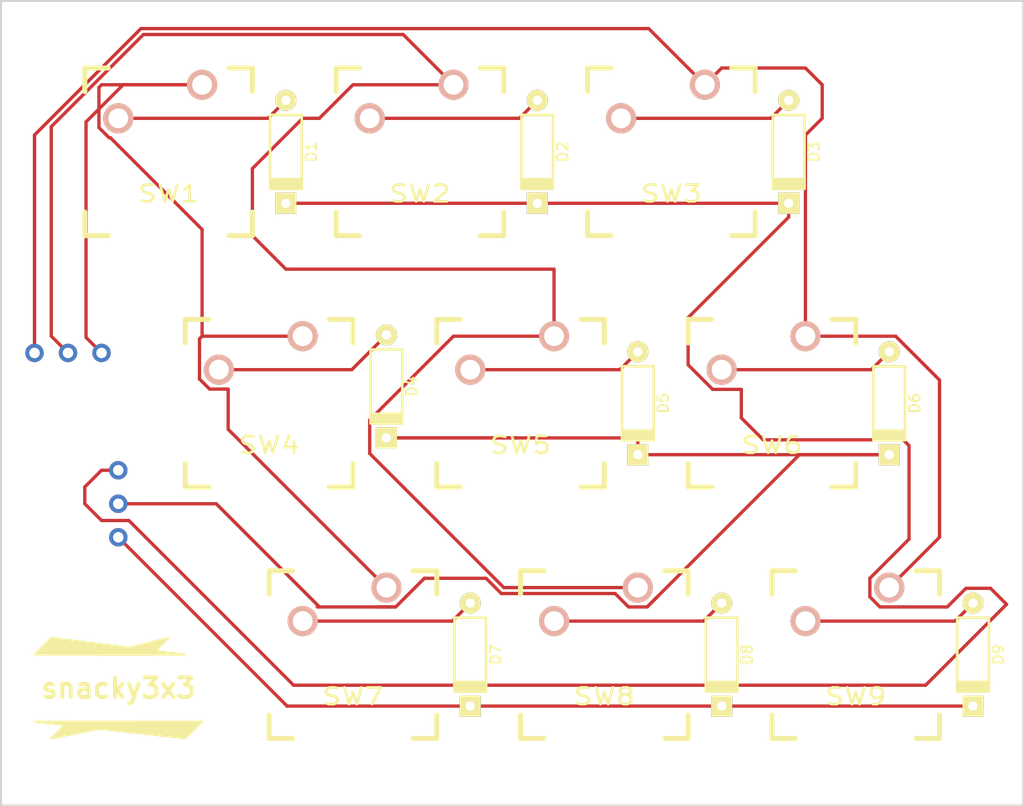
<source format=kicad_pcb>
(kicad_pcb (version 20171130) (host pcbnew "(5.0.1-3-g963ef8bb5)")

  (general
    (thickness 1.6)
    (drawings 9)
    (tracks 130)
    (zones 0)
    (modules 18)
    (nets 16)
  )

  (page A4)
  (layers
    (0 F.Cu signal)
    (31 B.Cu signal)
    (32 B.Adhes user)
    (33 F.Adhes user)
    (34 B.Paste user)
    (35 F.Paste user)
    (36 B.SilkS user)
    (37 F.SilkS user)
    (38 B.Mask user)
    (39 F.Mask user)
    (40 Dwgs.User user)
    (41 Cmts.User user)
    (42 Eco1.User user)
    (43 Eco2.User user)
    (44 Edge.Cuts user)
    (45 Margin user)
    (46 B.CrtYd user)
    (47 F.CrtYd user)
    (48 B.Fab user)
    (49 F.Fab user)
  )

  (setup
    (last_trace_width 0.25)
    (trace_clearance 0.2)
    (zone_clearance 0.508)
    (zone_45_only no)
    (trace_min 0.2)
    (segment_width 0.2)
    (edge_width 0.15)
    (via_size 0.8)
    (via_drill 0.4)
    (via_min_size 0.4)
    (via_min_drill 0.3)
    (uvia_size 0.3)
    (uvia_drill 0.1)
    (uvias_allowed no)
    (uvia_min_size 0.2)
    (uvia_min_drill 0.1)
    (pcb_text_width 0.3)
    (pcb_text_size 1.5 1.5)
    (mod_edge_width 0.15)
    (mod_text_size 1 1)
    (mod_text_width 0.15)
    (pad_size 1.6 1.6)
    (pad_drill 1.1)
    (pad_to_mask_clearance 0.051)
    (solder_mask_min_width 0.25)
    (aux_axis_origin 0 0)
    (visible_elements FFFFFF7F)
    (pcbplotparams
      (layerselection 0x010fc_ffffffff)
      (usegerberextensions false)
      (usegerberattributes false)
      (usegerberadvancedattributes false)
      (creategerberjobfile false)
      (excludeedgelayer true)
      (linewidth 0.100000)
      (plotframeref false)
      (viasonmask false)
      (mode 1)
      (useauxorigin false)
      (hpglpennumber 1)
      (hpglpenspeed 20)
      (hpglpendiameter 15.000000)
      (psnegative false)
      (psa4output false)
      (plotreference true)
      (plotvalue true)
      (plotinvisibletext false)
      (padsonsilk false)
      (subtractmaskfromsilk false)
      (outputformat 1)
      (mirror false)
      (drillshape 1)
      (scaleselection 1)
      (outputdirectory ""))
  )

  (net 0 "")
  (net 1 "Net-(D1-Pad1)")
  (net 2 "Net-(D1-Pad2)")
  (net 3 "Net-(D2-Pad2)")
  (net 4 "Net-(D3-Pad2)")
  (net 5 "Net-(D4-Pad2)")
  (net 6 "Net-(D4-Pad1)")
  (net 7 "Net-(D5-Pad2)")
  (net 8 "Net-(D6-Pad2)")
  (net 9 "Net-(D7-Pad1)")
  (net 10 "Net-(D7-Pad2)")
  (net 11 "Net-(D8-Pad2)")
  (net 12 "Net-(D9-Pad2)")
  (net 13 "Net-(SW1-Pad1)")
  (net 14 "Net-(SW2-Pad1)")
  (net 15 "Net-(SW3-Pad1)")

  (net_class Default "This is the default net class."
    (clearance 0.2)
    (trace_width 0.25)
    (via_dia 0.8)
    (via_drill 0.4)
    (uvia_dia 0.3)
    (uvia_drill 0.1)
    (add_net "Net-(D1-Pad1)")
    (add_net "Net-(D1-Pad2)")
    (add_net "Net-(D2-Pad2)")
    (add_net "Net-(D3-Pad2)")
    (add_net "Net-(D4-Pad1)")
    (add_net "Net-(D4-Pad2)")
    (add_net "Net-(D5-Pad2)")
    (add_net "Net-(D6-Pad2)")
    (add_net "Net-(D7-Pad1)")
    (add_net "Net-(D7-Pad2)")
    (add_net "Net-(D8-Pad2)")
    (add_net "Net-(D9-Pad2)")
    (add_net "Net-(SW1-Pad1)")
    (add_net "Net-(SW2-Pad1)")
    (add_net "Net-(SW3-Pad1)")
  )

  (module prototype:D_axial (layer F.Cu) (tedit 561B6A3D) (tstamp 5C1C3A2B)
    (at 95.25 38.1 90)
    (path /5C1B49E0)
    (fp_text reference D1 (at 0 1.925 90) (layer F.SilkS)
      (effects (font (size 0.8 0.8) (thickness 0.15)))
    )
    (fp_text value D (at 0 -1.925 90) (layer F.SilkS) hide
      (effects (font (size 0.8 0.8) (thickness 0.15)))
    )
    (fp_line (start -2.075 -1.2) (end -2.075 1.2) (layer F.SilkS) (width 0.2))
    (fp_line (start -2.175 -1.2) (end -2.175 1.2) (layer F.SilkS) (width 0.2))
    (fp_line (start -2.275 -1.2) (end -2.275 1.2) (layer F.SilkS) (width 0.2))
    (fp_line (start -2.45 -1.2) (end -2.45 1.2) (layer F.SilkS) (width 0.2))
    (fp_line (start -2.625 -1.2) (end -2.625 1.2) (layer F.SilkS) (width 0.2))
    (fp_line (start -2.8 -1.2) (end -2.8 1.2) (layer F.SilkS) (width 0.2))
    (fp_line (start -2.8 -1.2) (end 2.8 -1.2) (layer F.SilkS) (width 0.2))
    (fp_line (start 2.8 -1.2) (end 2.8 1.2) (layer F.SilkS) (width 0.2))
    (fp_line (start 2.8 1.2) (end -2.8 1.2) (layer F.SilkS) (width 0.2))
    (pad 1 thru_hole rect (at -3.9 0 90) (size 1.6 1.6) (drill 0.7) (layers *.Cu *.Mask F.SilkS)
      (net 1 "Net-(D1-Pad1)"))
    (pad 2 thru_hole circle (at 3.9 0 90) (size 1.6 1.6) (drill 0.7) (layers *.Cu *.Mask F.SilkS)
      (net 2 "Net-(D1-Pad2)"))
  )

  (module prototype:D_axial (layer F.Cu) (tedit 561B6A3D) (tstamp 5C1C3AA9)
    (at 114.3 38.1 90)
    (path /5C1B8969)
    (fp_text reference D2 (at 0 1.925 90) (layer F.SilkS)
      (effects (font (size 0.8 0.8) (thickness 0.15)))
    )
    (fp_text value D (at 0 -1.925 90) (layer F.SilkS) hide
      (effects (font (size 0.8 0.8) (thickness 0.15)))
    )
    (fp_line (start 2.8 1.2) (end -2.8 1.2) (layer F.SilkS) (width 0.2))
    (fp_line (start 2.8 -1.2) (end 2.8 1.2) (layer F.SilkS) (width 0.2))
    (fp_line (start -2.8 -1.2) (end 2.8 -1.2) (layer F.SilkS) (width 0.2))
    (fp_line (start -2.8 -1.2) (end -2.8 1.2) (layer F.SilkS) (width 0.2))
    (fp_line (start -2.625 -1.2) (end -2.625 1.2) (layer F.SilkS) (width 0.2))
    (fp_line (start -2.45 -1.2) (end -2.45 1.2) (layer F.SilkS) (width 0.2))
    (fp_line (start -2.275 -1.2) (end -2.275 1.2) (layer F.SilkS) (width 0.2))
    (fp_line (start -2.175 -1.2) (end -2.175 1.2) (layer F.SilkS) (width 0.2))
    (fp_line (start -2.075 -1.2) (end -2.075 1.2) (layer F.SilkS) (width 0.2))
    (pad 2 thru_hole circle (at 3.9 0 90) (size 1.6 1.6) (drill 0.7) (layers *.Cu *.Mask F.SilkS)
      (net 3 "Net-(D2-Pad2)"))
    (pad 1 thru_hole rect (at -3.9 0 90) (size 1.6 1.6) (drill 0.7) (layers *.Cu *.Mask F.SilkS)
      (net 1 "Net-(D1-Pad1)"))
  )

  (module prototype:D_axial (layer F.Cu) (tedit 561B6A3D) (tstamp 5C1C3A7F)
    (at 133.35 38.1 90)
    (path /5C1B8ABA)
    (fp_text reference D3 (at 0 1.925 90) (layer F.SilkS)
      (effects (font (size 0.8 0.8) (thickness 0.15)))
    )
    (fp_text value D (at 0 -1.925 90) (layer F.SilkS) hide
      (effects (font (size 0.8 0.8) (thickness 0.15)))
    )
    (fp_line (start -2.075 -1.2) (end -2.075 1.2) (layer F.SilkS) (width 0.2))
    (fp_line (start -2.175 -1.2) (end -2.175 1.2) (layer F.SilkS) (width 0.2))
    (fp_line (start -2.275 -1.2) (end -2.275 1.2) (layer F.SilkS) (width 0.2))
    (fp_line (start -2.45 -1.2) (end -2.45 1.2) (layer F.SilkS) (width 0.2))
    (fp_line (start -2.625 -1.2) (end -2.625 1.2) (layer F.SilkS) (width 0.2))
    (fp_line (start -2.8 -1.2) (end -2.8 1.2) (layer F.SilkS) (width 0.2))
    (fp_line (start -2.8 -1.2) (end 2.8 -1.2) (layer F.SilkS) (width 0.2))
    (fp_line (start 2.8 -1.2) (end 2.8 1.2) (layer F.SilkS) (width 0.2))
    (fp_line (start 2.8 1.2) (end -2.8 1.2) (layer F.SilkS) (width 0.2))
    (pad 1 thru_hole rect (at -3.9 0 90) (size 1.6 1.6) (drill 0.7) (layers *.Cu *.Mask F.SilkS)
      (net 1 "Net-(D1-Pad1)"))
    (pad 2 thru_hole circle (at 3.9 0 90) (size 1.6 1.6) (drill 0.7) (layers *.Cu *.Mask F.SilkS)
      (net 4 "Net-(D3-Pad2)"))
  )

  (module prototype:D_axial (layer F.Cu) (tedit 561B6A3D) (tstamp 5C1C3A55)
    (at 102.87 55.88 90)
    (path /5C1B878C)
    (fp_text reference D4 (at 0 1.925 90) (layer F.SilkS)
      (effects (font (size 0.8 0.8) (thickness 0.15)))
    )
    (fp_text value D (at 0 -1.925 90) (layer F.SilkS) hide
      (effects (font (size 0.8 0.8) (thickness 0.15)))
    )
    (fp_line (start 2.8 1.2) (end -2.8 1.2) (layer F.SilkS) (width 0.2))
    (fp_line (start 2.8 -1.2) (end 2.8 1.2) (layer F.SilkS) (width 0.2))
    (fp_line (start -2.8 -1.2) (end 2.8 -1.2) (layer F.SilkS) (width 0.2))
    (fp_line (start -2.8 -1.2) (end -2.8 1.2) (layer F.SilkS) (width 0.2))
    (fp_line (start -2.625 -1.2) (end -2.625 1.2) (layer F.SilkS) (width 0.2))
    (fp_line (start -2.45 -1.2) (end -2.45 1.2) (layer F.SilkS) (width 0.2))
    (fp_line (start -2.275 -1.2) (end -2.275 1.2) (layer F.SilkS) (width 0.2))
    (fp_line (start -2.175 -1.2) (end -2.175 1.2) (layer F.SilkS) (width 0.2))
    (fp_line (start -2.075 -1.2) (end -2.075 1.2) (layer F.SilkS) (width 0.2))
    (pad 2 thru_hole circle (at 3.9 0 90) (size 1.6 1.6) (drill 0.7) (layers *.Cu *.Mask F.SilkS)
      (net 5 "Net-(D4-Pad2)"))
    (pad 1 thru_hole rect (at -3.9 0 90) (size 1.6 1.6) (drill 0.7) (layers *.Cu *.Mask F.SilkS)
      (net 6 "Net-(D4-Pad1)"))
  )

  (module prototype:D_axial (layer F.Cu) (tedit 561B6A3D) (tstamp 5C1C3D7C)
    (at 121.92 57.15 90)
    (path /5C1B8979)
    (fp_text reference D5 (at 0 1.925 90) (layer F.SilkS)
      (effects (font (size 0.8 0.8) (thickness 0.15)))
    )
    (fp_text value D (at 0 -1.925 90) (layer F.SilkS) hide
      (effects (font (size 0.8 0.8) (thickness 0.15)))
    )
    (fp_line (start -2.075 -1.2) (end -2.075 1.2) (layer F.SilkS) (width 0.2))
    (fp_line (start -2.175 -1.2) (end -2.175 1.2) (layer F.SilkS) (width 0.2))
    (fp_line (start -2.275 -1.2) (end -2.275 1.2) (layer F.SilkS) (width 0.2))
    (fp_line (start -2.45 -1.2) (end -2.45 1.2) (layer F.SilkS) (width 0.2))
    (fp_line (start -2.625 -1.2) (end -2.625 1.2) (layer F.SilkS) (width 0.2))
    (fp_line (start -2.8 -1.2) (end -2.8 1.2) (layer F.SilkS) (width 0.2))
    (fp_line (start -2.8 -1.2) (end 2.8 -1.2) (layer F.SilkS) (width 0.2))
    (fp_line (start 2.8 -1.2) (end 2.8 1.2) (layer F.SilkS) (width 0.2))
    (fp_line (start 2.8 1.2) (end -2.8 1.2) (layer F.SilkS) (width 0.2))
    (pad 1 thru_hole rect (at -3.9 0 90) (size 1.6 1.6) (drill 0.7) (layers *.Cu *.Mask F.SilkS)
      (net 6 "Net-(D4-Pad1)"))
    (pad 2 thru_hole circle (at 3.9 0 90) (size 1.6 1.6) (drill 0.7) (layers *.Cu *.Mask F.SilkS)
      (net 7 "Net-(D5-Pad2)"))
  )

  (module prototype:D_axial (layer F.Cu) (tedit 561B6A3D) (tstamp 5C1C3D52)
    (at 140.97 57.15 90)
    (path /5C1B8ACA)
    (fp_text reference D6 (at 0 1.925 90) (layer F.SilkS)
      (effects (font (size 0.8 0.8) (thickness 0.15)))
    )
    (fp_text value D (at 0 -1.925 90) (layer F.SilkS) hide
      (effects (font (size 0.8 0.8) (thickness 0.15)))
    )
    (fp_line (start 2.8 1.2) (end -2.8 1.2) (layer F.SilkS) (width 0.2))
    (fp_line (start 2.8 -1.2) (end 2.8 1.2) (layer F.SilkS) (width 0.2))
    (fp_line (start -2.8 -1.2) (end 2.8 -1.2) (layer F.SilkS) (width 0.2))
    (fp_line (start -2.8 -1.2) (end -2.8 1.2) (layer F.SilkS) (width 0.2))
    (fp_line (start -2.625 -1.2) (end -2.625 1.2) (layer F.SilkS) (width 0.2))
    (fp_line (start -2.45 -1.2) (end -2.45 1.2) (layer F.SilkS) (width 0.2))
    (fp_line (start -2.275 -1.2) (end -2.275 1.2) (layer F.SilkS) (width 0.2))
    (fp_line (start -2.175 -1.2) (end -2.175 1.2) (layer F.SilkS) (width 0.2))
    (fp_line (start -2.075 -1.2) (end -2.075 1.2) (layer F.SilkS) (width 0.2))
    (pad 2 thru_hole circle (at 3.9 0 90) (size 1.6 1.6) (drill 0.7) (layers *.Cu *.Mask F.SilkS)
      (net 8 "Net-(D6-Pad2)"))
    (pad 1 thru_hole rect (at -3.9 0 90) (size 1.6 1.6) (drill 0.7) (layers *.Cu *.Mask F.SilkS)
      (net 6 "Net-(D4-Pad1)"))
  )

  (module prototype:D_axial (layer F.Cu) (tedit 561B6A3D) (tstamp 5C1C3D28)
    (at 109.22 76.2 90)
    (path /5C1B87F5)
    (fp_text reference D7 (at 0 1.925 90) (layer F.SilkS)
      (effects (font (size 0.8 0.8) (thickness 0.15)))
    )
    (fp_text value D (at 0 -1.925 90) (layer F.SilkS) hide
      (effects (font (size 0.8 0.8) (thickness 0.15)))
    )
    (fp_line (start -2.075 -1.2) (end -2.075 1.2) (layer F.SilkS) (width 0.2))
    (fp_line (start -2.175 -1.2) (end -2.175 1.2) (layer F.SilkS) (width 0.2))
    (fp_line (start -2.275 -1.2) (end -2.275 1.2) (layer F.SilkS) (width 0.2))
    (fp_line (start -2.45 -1.2) (end -2.45 1.2) (layer F.SilkS) (width 0.2))
    (fp_line (start -2.625 -1.2) (end -2.625 1.2) (layer F.SilkS) (width 0.2))
    (fp_line (start -2.8 -1.2) (end -2.8 1.2) (layer F.SilkS) (width 0.2))
    (fp_line (start -2.8 -1.2) (end 2.8 -1.2) (layer F.SilkS) (width 0.2))
    (fp_line (start 2.8 -1.2) (end 2.8 1.2) (layer F.SilkS) (width 0.2))
    (fp_line (start 2.8 1.2) (end -2.8 1.2) (layer F.SilkS) (width 0.2))
    (pad 1 thru_hole rect (at -3.9 0 90) (size 1.6 1.6) (drill 0.7) (layers *.Cu *.Mask F.SilkS)
      (net 9 "Net-(D7-Pad1)"))
    (pad 2 thru_hole circle (at 3.9 0 90) (size 1.6 1.6) (drill 0.7) (layers *.Cu *.Mask F.SilkS)
      (net 10 "Net-(D7-Pad2)"))
  )

  (module prototype:D_axial (layer F.Cu) (tedit 561B6A3D) (tstamp 5C1C3CFE)
    (at 128.27 76.2 90)
    (path /5C1B8989)
    (fp_text reference D8 (at 0 1.925 90) (layer F.SilkS)
      (effects (font (size 0.8 0.8) (thickness 0.15)))
    )
    (fp_text value D (at 0 -1.925 90) (layer F.SilkS) hide
      (effects (font (size 0.8 0.8) (thickness 0.15)))
    )
    (fp_line (start 2.8 1.2) (end -2.8 1.2) (layer F.SilkS) (width 0.2))
    (fp_line (start 2.8 -1.2) (end 2.8 1.2) (layer F.SilkS) (width 0.2))
    (fp_line (start -2.8 -1.2) (end 2.8 -1.2) (layer F.SilkS) (width 0.2))
    (fp_line (start -2.8 -1.2) (end -2.8 1.2) (layer F.SilkS) (width 0.2))
    (fp_line (start -2.625 -1.2) (end -2.625 1.2) (layer F.SilkS) (width 0.2))
    (fp_line (start -2.45 -1.2) (end -2.45 1.2) (layer F.SilkS) (width 0.2))
    (fp_line (start -2.275 -1.2) (end -2.275 1.2) (layer F.SilkS) (width 0.2))
    (fp_line (start -2.175 -1.2) (end -2.175 1.2) (layer F.SilkS) (width 0.2))
    (fp_line (start -2.075 -1.2) (end -2.075 1.2) (layer F.SilkS) (width 0.2))
    (pad 2 thru_hole circle (at 3.9 0 90) (size 1.6 1.6) (drill 0.7) (layers *.Cu *.Mask F.SilkS)
      (net 11 "Net-(D8-Pad2)"))
    (pad 1 thru_hole rect (at -3.9 0 90) (size 1.6 1.6) (drill 0.7) (layers *.Cu *.Mask F.SilkS)
      (net 9 "Net-(D7-Pad1)"))
  )

  (module prototype:D_axial (layer F.Cu) (tedit 561B6A3D) (tstamp 5C1C3CD4)
    (at 147.32 76.2 90)
    (path /5C1B8ADA)
    (fp_text reference D9 (at 0 1.925 90) (layer F.SilkS)
      (effects (font (size 0.8 0.8) (thickness 0.15)))
    )
    (fp_text value D (at 0 -1.925 90) (layer F.SilkS) hide
      (effects (font (size 0.8 0.8) (thickness 0.15)))
    )
    (fp_line (start -2.075 -1.2) (end -2.075 1.2) (layer F.SilkS) (width 0.2))
    (fp_line (start -2.175 -1.2) (end -2.175 1.2) (layer F.SilkS) (width 0.2))
    (fp_line (start -2.275 -1.2) (end -2.275 1.2) (layer F.SilkS) (width 0.2))
    (fp_line (start -2.45 -1.2) (end -2.45 1.2) (layer F.SilkS) (width 0.2))
    (fp_line (start -2.625 -1.2) (end -2.625 1.2) (layer F.SilkS) (width 0.2))
    (fp_line (start -2.8 -1.2) (end -2.8 1.2) (layer F.SilkS) (width 0.2))
    (fp_line (start -2.8 -1.2) (end 2.8 -1.2) (layer F.SilkS) (width 0.2))
    (fp_line (start 2.8 -1.2) (end 2.8 1.2) (layer F.SilkS) (width 0.2))
    (fp_line (start 2.8 1.2) (end -2.8 1.2) (layer F.SilkS) (width 0.2))
    (pad 1 thru_hole rect (at -3.9 0 90) (size 1.6 1.6) (drill 0.7) (layers *.Cu *.Mask F.SilkS)
      (net 9 "Net-(D7-Pad1)"))
    (pad 2 thru_hole circle (at 3.9 0 90) (size 1.6 1.6) (drill 0.7) (layers *.Cu *.Mask F.SilkS)
      (net 12 "Net-(D9-Pad2)"))
  )

  (module prototype:CHERRY_PLATE_100H (layer F.Cu) (tedit 549A12A1) (tstamp 5C1C3C94)
    (at 86.36 38.1)
    (path /5C1B48EE)
    (fp_text reference SW1 (at 0 3.175) (layer F.SilkS)
      (effects (font (size 1.27 1.524) (thickness 0.2032)))
    )
    (fp_text value SW_PUSH (at 0 5.08) (layer F.SilkS) hide
      (effects (font (size 1.27 1.524) (thickness 0.2032)))
    )
    (fp_text user 1.00u (at -5.715 8.255) (layer Dwgs.User)
      (effects (font (size 1.524 1.524) (thickness 0.3048)))
    )
    (fp_line (start -6.35 -6.35) (end 6.35 -6.35) (layer Cmts.User) (width 0.1524))
    (fp_line (start 6.35 -6.35) (end 6.35 6.35) (layer Cmts.User) (width 0.1524))
    (fp_line (start 6.35 6.35) (end -6.35 6.35) (layer Cmts.User) (width 0.1524))
    (fp_line (start -6.35 6.35) (end -6.35 -6.35) (layer Cmts.User) (width 0.1524))
    (fp_line (start -9.398 -9.398) (end 9.398 -9.398) (layer Dwgs.User) (width 0.1524))
    (fp_line (start 9.398 -9.398) (end 9.398 9.398) (layer Dwgs.User) (width 0.1524))
    (fp_line (start 9.398 9.398) (end -9.398 9.398) (layer Dwgs.User) (width 0.1524))
    (fp_line (start -9.398 9.398) (end -9.398 -9.398) (layer Dwgs.User) (width 0.1524))
    (fp_line (start -6.35 -6.35) (end -4.572 -6.35) (layer F.SilkS) (width 0.381))
    (fp_line (start 4.572 -6.35) (end 6.35 -6.35) (layer F.SilkS) (width 0.381))
    (fp_line (start 6.35 -6.35) (end 6.35 -4.572) (layer F.SilkS) (width 0.381))
    (fp_line (start 6.35 4.572) (end 6.35 6.35) (layer F.SilkS) (width 0.381))
    (fp_line (start 6.35 6.35) (end 4.572 6.35) (layer F.SilkS) (width 0.381))
    (fp_line (start -4.572 6.35) (end -6.35 6.35) (layer F.SilkS) (width 0.381))
    (fp_line (start -6.35 6.35) (end -6.35 4.572) (layer F.SilkS) (width 0.381))
    (fp_line (start -6.35 -4.572) (end -6.35 -6.35) (layer F.SilkS) (width 0.381))
    (pad 1 thru_hole circle (at 2.54 -5.08) (size 2.286 2.286) (drill 1.4986) (layers *.Cu *.SilkS *.Mask)
      (net 13 "Net-(SW1-Pad1)"))
    (pad 2 thru_hole circle (at -3.81 -2.54) (size 2.286 2.286) (drill 1.4986) (layers *.Cu *.SilkS *.Mask)
      (net 2 "Net-(D1-Pad2)"))
    (pad HOLE np_thru_hole circle (at 0 0) (size 3.9878 3.9878) (drill 3.9878) (layers *.Cu))
    (pad HOLE np_thru_hole circle (at -5.08 0) (size 1.7018 1.7018) (drill 1.7018) (layers *.Cu))
    (pad HOLE np_thru_hole circle (at 5.08 0) (size 1.7018 1.7018) (drill 1.7018) (layers *.Cu))
  )

  (module prototype:CHERRY_PLATE_100H (layer F.Cu) (tedit 549A12A1) (tstamp 5C1C3C49)
    (at 105.41 38.1)
    (path /5C1B8962)
    (fp_text reference SW2 (at 0 3.175) (layer F.SilkS)
      (effects (font (size 1.27 1.524) (thickness 0.2032)))
    )
    (fp_text value SW_PUSH (at 0 5.08) (layer F.SilkS) hide
      (effects (font (size 1.27 1.524) (thickness 0.2032)))
    )
    (fp_line (start -6.35 -4.572) (end -6.35 -6.35) (layer F.SilkS) (width 0.381))
    (fp_line (start -6.35 6.35) (end -6.35 4.572) (layer F.SilkS) (width 0.381))
    (fp_line (start -4.572 6.35) (end -6.35 6.35) (layer F.SilkS) (width 0.381))
    (fp_line (start 6.35 6.35) (end 4.572 6.35) (layer F.SilkS) (width 0.381))
    (fp_line (start 6.35 4.572) (end 6.35 6.35) (layer F.SilkS) (width 0.381))
    (fp_line (start 6.35 -6.35) (end 6.35 -4.572) (layer F.SilkS) (width 0.381))
    (fp_line (start 4.572 -6.35) (end 6.35 -6.35) (layer F.SilkS) (width 0.381))
    (fp_line (start -6.35 -6.35) (end -4.572 -6.35) (layer F.SilkS) (width 0.381))
    (fp_line (start -9.398 9.398) (end -9.398 -9.398) (layer Dwgs.User) (width 0.1524))
    (fp_line (start 9.398 9.398) (end -9.398 9.398) (layer Dwgs.User) (width 0.1524))
    (fp_line (start 9.398 -9.398) (end 9.398 9.398) (layer Dwgs.User) (width 0.1524))
    (fp_line (start -9.398 -9.398) (end 9.398 -9.398) (layer Dwgs.User) (width 0.1524))
    (fp_line (start -6.35 6.35) (end -6.35 -6.35) (layer Cmts.User) (width 0.1524))
    (fp_line (start 6.35 6.35) (end -6.35 6.35) (layer Cmts.User) (width 0.1524))
    (fp_line (start 6.35 -6.35) (end 6.35 6.35) (layer Cmts.User) (width 0.1524))
    (fp_line (start -6.35 -6.35) (end 6.35 -6.35) (layer Cmts.User) (width 0.1524))
    (fp_text user 1.00u (at -5.715 8.255) (layer Dwgs.User)
      (effects (font (size 1.524 1.524) (thickness 0.3048)))
    )
    (pad HOLE np_thru_hole circle (at 5.08 0) (size 1.7018 1.7018) (drill 1.7018) (layers *.Cu))
    (pad HOLE np_thru_hole circle (at -5.08 0) (size 1.7018 1.7018) (drill 1.7018) (layers *.Cu))
    (pad HOLE np_thru_hole circle (at 0 0) (size 3.9878 3.9878) (drill 3.9878) (layers *.Cu))
    (pad 2 thru_hole circle (at -3.81 -2.54) (size 2.286 2.286) (drill 1.4986) (layers *.Cu *.SilkS *.Mask)
      (net 3 "Net-(D2-Pad2)"))
    (pad 1 thru_hole circle (at 2.54 -5.08) (size 2.286 2.286) (drill 1.4986) (layers *.Cu *.SilkS *.Mask)
      (net 14 "Net-(SW2-Pad1)"))
  )

  (module prototype:CHERRY_PLATE_100H (layer F.Cu) (tedit 549A12A1) (tstamp 5C1C3BFE)
    (at 124.46 38.1)
    (path /5C1B8AB3)
    (fp_text reference SW3 (at 0 3.175) (layer F.SilkS)
      (effects (font (size 1.27 1.524) (thickness 0.2032)))
    )
    (fp_text value SW_PUSH (at 0 5.08) (layer F.SilkS) hide
      (effects (font (size 1.27 1.524) (thickness 0.2032)))
    )
    (fp_text user 1.00u (at -5.715 8.255) (layer Dwgs.User)
      (effects (font (size 1.524 1.524) (thickness 0.3048)))
    )
    (fp_line (start -6.35 -6.35) (end 6.35 -6.35) (layer Cmts.User) (width 0.1524))
    (fp_line (start 6.35 -6.35) (end 6.35 6.35) (layer Cmts.User) (width 0.1524))
    (fp_line (start 6.35 6.35) (end -6.35 6.35) (layer Cmts.User) (width 0.1524))
    (fp_line (start -6.35 6.35) (end -6.35 -6.35) (layer Cmts.User) (width 0.1524))
    (fp_line (start -9.398 -9.398) (end 9.398 -9.398) (layer Dwgs.User) (width 0.1524))
    (fp_line (start 9.398 -9.398) (end 9.398 9.398) (layer Dwgs.User) (width 0.1524))
    (fp_line (start 9.398 9.398) (end -9.398 9.398) (layer Dwgs.User) (width 0.1524))
    (fp_line (start -9.398 9.398) (end -9.398 -9.398) (layer Dwgs.User) (width 0.1524))
    (fp_line (start -6.35 -6.35) (end -4.572 -6.35) (layer F.SilkS) (width 0.381))
    (fp_line (start 4.572 -6.35) (end 6.35 -6.35) (layer F.SilkS) (width 0.381))
    (fp_line (start 6.35 -6.35) (end 6.35 -4.572) (layer F.SilkS) (width 0.381))
    (fp_line (start 6.35 4.572) (end 6.35 6.35) (layer F.SilkS) (width 0.381))
    (fp_line (start 6.35 6.35) (end 4.572 6.35) (layer F.SilkS) (width 0.381))
    (fp_line (start -4.572 6.35) (end -6.35 6.35) (layer F.SilkS) (width 0.381))
    (fp_line (start -6.35 6.35) (end -6.35 4.572) (layer F.SilkS) (width 0.381))
    (fp_line (start -6.35 -4.572) (end -6.35 -6.35) (layer F.SilkS) (width 0.381))
    (pad 1 thru_hole circle (at 2.54 -5.08) (size 2.286 2.286) (drill 1.4986) (layers *.Cu *.SilkS *.Mask)
      (net 15 "Net-(SW3-Pad1)"))
    (pad 2 thru_hole circle (at -3.81 -2.54) (size 2.286 2.286) (drill 1.4986) (layers *.Cu *.SilkS *.Mask)
      (net 4 "Net-(D3-Pad2)"))
    (pad HOLE np_thru_hole circle (at 0 0) (size 3.9878 3.9878) (drill 3.9878) (layers *.Cu))
    (pad HOLE np_thru_hole circle (at -5.08 0) (size 1.7018 1.7018) (drill 1.7018) (layers *.Cu))
    (pad HOLE np_thru_hole circle (at 5.08 0) (size 1.7018 1.7018) (drill 1.7018) (layers *.Cu))
  )

  (module prototype:CHERRY_PLATE_100H (layer F.Cu) (tedit 549A12A1) (tstamp 5C1C3BB3)
    (at 93.98 57.15)
    (path /5C1B8785)
    (fp_text reference SW4 (at 0 3.175) (layer F.SilkS)
      (effects (font (size 1.27 1.524) (thickness 0.2032)))
    )
    (fp_text value SW_PUSH (at 0 5.08) (layer F.SilkS) hide
      (effects (font (size 1.27 1.524) (thickness 0.2032)))
    )
    (fp_line (start -6.35 -4.572) (end -6.35 -6.35) (layer F.SilkS) (width 0.381))
    (fp_line (start -6.35 6.35) (end -6.35 4.572) (layer F.SilkS) (width 0.381))
    (fp_line (start -4.572 6.35) (end -6.35 6.35) (layer F.SilkS) (width 0.381))
    (fp_line (start 6.35 6.35) (end 4.572 6.35) (layer F.SilkS) (width 0.381))
    (fp_line (start 6.35 4.572) (end 6.35 6.35) (layer F.SilkS) (width 0.381))
    (fp_line (start 6.35 -6.35) (end 6.35 -4.572) (layer F.SilkS) (width 0.381))
    (fp_line (start 4.572 -6.35) (end 6.35 -6.35) (layer F.SilkS) (width 0.381))
    (fp_line (start -6.35 -6.35) (end -4.572 -6.35) (layer F.SilkS) (width 0.381))
    (fp_line (start -9.398 9.398) (end -9.398 -9.398) (layer Dwgs.User) (width 0.1524))
    (fp_line (start 9.398 9.398) (end -9.398 9.398) (layer Dwgs.User) (width 0.1524))
    (fp_line (start 9.398 -9.398) (end 9.398 9.398) (layer Dwgs.User) (width 0.1524))
    (fp_line (start -9.398 -9.398) (end 9.398 -9.398) (layer Dwgs.User) (width 0.1524))
    (fp_line (start -6.35 6.35) (end -6.35 -6.35) (layer Cmts.User) (width 0.1524))
    (fp_line (start 6.35 6.35) (end -6.35 6.35) (layer Cmts.User) (width 0.1524))
    (fp_line (start 6.35 -6.35) (end 6.35 6.35) (layer Cmts.User) (width 0.1524))
    (fp_line (start -6.35 -6.35) (end 6.35 -6.35) (layer Cmts.User) (width 0.1524))
    (fp_text user 1.00u (at -5.715 8.255) (layer Dwgs.User)
      (effects (font (size 1.524 1.524) (thickness 0.3048)))
    )
    (pad HOLE np_thru_hole circle (at 5.08 0) (size 1.7018 1.7018) (drill 1.7018) (layers *.Cu))
    (pad HOLE np_thru_hole circle (at -5.08 0) (size 1.7018 1.7018) (drill 1.7018) (layers *.Cu))
    (pad HOLE np_thru_hole circle (at 0 0) (size 3.9878 3.9878) (drill 3.9878) (layers *.Cu))
    (pad 2 thru_hole circle (at -3.81 -2.54) (size 2.286 2.286) (drill 1.4986) (layers *.Cu *.SilkS *.Mask)
      (net 5 "Net-(D4-Pad2)"))
    (pad 1 thru_hole circle (at 2.54 -5.08) (size 2.286 2.286) (drill 1.4986) (layers *.Cu *.SilkS *.Mask)
      (net 13 "Net-(SW1-Pad1)"))
  )

  (module prototype:CHERRY_PLATE_100H (layer F.Cu) (tedit 549A12A1) (tstamp 5C1C3B68)
    (at 113.03 57.15)
    (path /5C1B8972)
    (fp_text reference SW5 (at 0 3.175) (layer F.SilkS)
      (effects (font (size 1.27 1.524) (thickness 0.2032)))
    )
    (fp_text value SW_PUSH (at 0 5.08) (layer F.SilkS) hide
      (effects (font (size 1.27 1.524) (thickness 0.2032)))
    )
    (fp_text user 1.00u (at -5.715 8.255) (layer Dwgs.User)
      (effects (font (size 1.524 1.524) (thickness 0.3048)))
    )
    (fp_line (start -6.35 -6.35) (end 6.35 -6.35) (layer Cmts.User) (width 0.1524))
    (fp_line (start 6.35 -6.35) (end 6.35 6.35) (layer Cmts.User) (width 0.1524))
    (fp_line (start 6.35 6.35) (end -6.35 6.35) (layer Cmts.User) (width 0.1524))
    (fp_line (start -6.35 6.35) (end -6.35 -6.35) (layer Cmts.User) (width 0.1524))
    (fp_line (start -9.398 -9.398) (end 9.398 -9.398) (layer Dwgs.User) (width 0.1524))
    (fp_line (start 9.398 -9.398) (end 9.398 9.398) (layer Dwgs.User) (width 0.1524))
    (fp_line (start 9.398 9.398) (end -9.398 9.398) (layer Dwgs.User) (width 0.1524))
    (fp_line (start -9.398 9.398) (end -9.398 -9.398) (layer Dwgs.User) (width 0.1524))
    (fp_line (start -6.35 -6.35) (end -4.572 -6.35) (layer F.SilkS) (width 0.381))
    (fp_line (start 4.572 -6.35) (end 6.35 -6.35) (layer F.SilkS) (width 0.381))
    (fp_line (start 6.35 -6.35) (end 6.35 -4.572) (layer F.SilkS) (width 0.381))
    (fp_line (start 6.35 4.572) (end 6.35 6.35) (layer F.SilkS) (width 0.381))
    (fp_line (start 6.35 6.35) (end 4.572 6.35) (layer F.SilkS) (width 0.381))
    (fp_line (start -4.572 6.35) (end -6.35 6.35) (layer F.SilkS) (width 0.381))
    (fp_line (start -6.35 6.35) (end -6.35 4.572) (layer F.SilkS) (width 0.381))
    (fp_line (start -6.35 -4.572) (end -6.35 -6.35) (layer F.SilkS) (width 0.381))
    (pad 1 thru_hole circle (at 2.54 -5.08) (size 2.286 2.286) (drill 1.4986) (layers *.Cu *.SilkS *.Mask)
      (net 14 "Net-(SW2-Pad1)"))
    (pad 2 thru_hole circle (at -3.81 -2.54) (size 2.286 2.286) (drill 1.4986) (layers *.Cu *.SilkS *.Mask)
      (net 7 "Net-(D5-Pad2)"))
    (pad HOLE np_thru_hole circle (at 0 0) (size 3.9878 3.9878) (drill 3.9878) (layers *.Cu))
    (pad HOLE np_thru_hole circle (at -5.08 0) (size 1.7018 1.7018) (drill 1.7018) (layers *.Cu))
    (pad HOLE np_thru_hole circle (at 5.08 0) (size 1.7018 1.7018) (drill 1.7018) (layers *.Cu))
  )

  (module prototype:CHERRY_PLATE_100H (layer F.Cu) (tedit 549A12A1) (tstamp 5C1C3E47)
    (at 132.08 57.15)
    (path /5C1B8AC3)
    (fp_text reference SW6 (at 0 3.175) (layer F.SilkS)
      (effects (font (size 1.27 1.524) (thickness 0.2032)))
    )
    (fp_text value SW_PUSH (at 0 5.08) (layer F.SilkS) hide
      (effects (font (size 1.27 1.524) (thickness 0.2032)))
    )
    (fp_line (start -6.35 -4.572) (end -6.35 -6.35) (layer F.SilkS) (width 0.381))
    (fp_line (start -6.35 6.35) (end -6.35 4.572) (layer F.SilkS) (width 0.381))
    (fp_line (start -4.572 6.35) (end -6.35 6.35) (layer F.SilkS) (width 0.381))
    (fp_line (start 6.35 6.35) (end 4.572 6.35) (layer F.SilkS) (width 0.381))
    (fp_line (start 6.35 4.572) (end 6.35 6.35) (layer F.SilkS) (width 0.381))
    (fp_line (start 6.35 -6.35) (end 6.35 -4.572) (layer F.SilkS) (width 0.381))
    (fp_line (start 4.572 -6.35) (end 6.35 -6.35) (layer F.SilkS) (width 0.381))
    (fp_line (start -6.35 -6.35) (end -4.572 -6.35) (layer F.SilkS) (width 0.381))
    (fp_line (start -9.398 9.398) (end -9.398 -9.398) (layer Dwgs.User) (width 0.1524))
    (fp_line (start 9.398 9.398) (end -9.398 9.398) (layer Dwgs.User) (width 0.1524))
    (fp_line (start 9.398 -9.398) (end 9.398 9.398) (layer Dwgs.User) (width 0.1524))
    (fp_line (start -9.398 -9.398) (end 9.398 -9.398) (layer Dwgs.User) (width 0.1524))
    (fp_line (start -6.35 6.35) (end -6.35 -6.35) (layer Cmts.User) (width 0.1524))
    (fp_line (start 6.35 6.35) (end -6.35 6.35) (layer Cmts.User) (width 0.1524))
    (fp_line (start 6.35 -6.35) (end 6.35 6.35) (layer Cmts.User) (width 0.1524))
    (fp_line (start -6.35 -6.35) (end 6.35 -6.35) (layer Cmts.User) (width 0.1524))
    (fp_text user 1.00u (at -5.715 8.255) (layer Dwgs.User)
      (effects (font (size 1.524 1.524) (thickness 0.3048)))
    )
    (pad HOLE np_thru_hole circle (at 5.08 0) (size 1.7018 1.7018) (drill 1.7018) (layers *.Cu))
    (pad HOLE np_thru_hole circle (at -5.08 0) (size 1.7018 1.7018) (drill 1.7018) (layers *.Cu))
    (pad HOLE np_thru_hole circle (at 0 0) (size 3.9878 3.9878) (drill 3.9878) (layers *.Cu))
    (pad 2 thru_hole circle (at -3.81 -2.54) (size 2.286 2.286) (drill 1.4986) (layers *.Cu *.SilkS *.Mask)
      (net 8 "Net-(D6-Pad2)"))
    (pad 1 thru_hole circle (at 2.54 -5.08) (size 2.286 2.286) (drill 1.4986) (layers *.Cu *.SilkS *.Mask)
      (net 15 "Net-(SW3-Pad1)"))
  )

  (module prototype:CHERRY_PLATE_100H (layer F.Cu) (tedit 549A12A1) (tstamp 5C1C3DFC)
    (at 100.33 76.2)
    (path /5C1B87EE)
    (fp_text reference SW7 (at 0 3.175) (layer F.SilkS)
      (effects (font (size 1.27 1.524) (thickness 0.2032)))
    )
    (fp_text value SW_PUSH (at 0 5.08) (layer F.SilkS) hide
      (effects (font (size 1.27 1.524) (thickness 0.2032)))
    )
    (fp_text user 1.00u (at -5.715 8.255) (layer Dwgs.User)
      (effects (font (size 1.524 1.524) (thickness 0.3048)))
    )
    (fp_line (start -6.35 -6.35) (end 6.35 -6.35) (layer Cmts.User) (width 0.1524))
    (fp_line (start 6.35 -6.35) (end 6.35 6.35) (layer Cmts.User) (width 0.1524))
    (fp_line (start 6.35 6.35) (end -6.35 6.35) (layer Cmts.User) (width 0.1524))
    (fp_line (start -6.35 6.35) (end -6.35 -6.35) (layer Cmts.User) (width 0.1524))
    (fp_line (start -9.398 -9.398) (end 9.398 -9.398) (layer Dwgs.User) (width 0.1524))
    (fp_line (start 9.398 -9.398) (end 9.398 9.398) (layer Dwgs.User) (width 0.1524))
    (fp_line (start 9.398 9.398) (end -9.398 9.398) (layer Dwgs.User) (width 0.1524))
    (fp_line (start -9.398 9.398) (end -9.398 -9.398) (layer Dwgs.User) (width 0.1524))
    (fp_line (start -6.35 -6.35) (end -4.572 -6.35) (layer F.SilkS) (width 0.381))
    (fp_line (start 4.572 -6.35) (end 6.35 -6.35) (layer F.SilkS) (width 0.381))
    (fp_line (start 6.35 -6.35) (end 6.35 -4.572) (layer F.SilkS) (width 0.381))
    (fp_line (start 6.35 4.572) (end 6.35 6.35) (layer F.SilkS) (width 0.381))
    (fp_line (start 6.35 6.35) (end 4.572 6.35) (layer F.SilkS) (width 0.381))
    (fp_line (start -4.572 6.35) (end -6.35 6.35) (layer F.SilkS) (width 0.381))
    (fp_line (start -6.35 6.35) (end -6.35 4.572) (layer F.SilkS) (width 0.381))
    (fp_line (start -6.35 -4.572) (end -6.35 -6.35) (layer F.SilkS) (width 0.381))
    (pad 1 thru_hole circle (at 2.54 -5.08) (size 2.286 2.286) (drill 1.4986) (layers *.Cu *.SilkS *.Mask)
      (net 13 "Net-(SW1-Pad1)"))
    (pad 2 thru_hole circle (at -3.81 -2.54) (size 2.286 2.286) (drill 1.4986) (layers *.Cu *.SilkS *.Mask)
      (net 10 "Net-(D7-Pad2)"))
    (pad HOLE np_thru_hole circle (at 0 0) (size 3.9878 3.9878) (drill 3.9878) (layers *.Cu))
    (pad HOLE np_thru_hole circle (at -5.08 0) (size 1.7018 1.7018) (drill 1.7018) (layers *.Cu))
    (pad HOLE np_thru_hole circle (at 5.08 0) (size 1.7018 1.7018) (drill 1.7018) (layers *.Cu))
  )

  (module prototype:CHERRY_PLATE_100H (layer F.Cu) (tedit 549A12A1) (tstamp 5C1C3DB1)
    (at 119.38 76.2)
    (path /5C1B8982)
    (fp_text reference SW8 (at 0 3.175) (layer F.SilkS)
      (effects (font (size 1.27 1.524) (thickness 0.2032)))
    )
    (fp_text value SW_PUSH (at 0 5.08) (layer F.SilkS) hide
      (effects (font (size 1.27 1.524) (thickness 0.2032)))
    )
    (fp_line (start -6.35 -4.572) (end -6.35 -6.35) (layer F.SilkS) (width 0.381))
    (fp_line (start -6.35 6.35) (end -6.35 4.572) (layer F.SilkS) (width 0.381))
    (fp_line (start -4.572 6.35) (end -6.35 6.35) (layer F.SilkS) (width 0.381))
    (fp_line (start 6.35 6.35) (end 4.572 6.35) (layer F.SilkS) (width 0.381))
    (fp_line (start 6.35 4.572) (end 6.35 6.35) (layer F.SilkS) (width 0.381))
    (fp_line (start 6.35 -6.35) (end 6.35 -4.572) (layer F.SilkS) (width 0.381))
    (fp_line (start 4.572 -6.35) (end 6.35 -6.35) (layer F.SilkS) (width 0.381))
    (fp_line (start -6.35 -6.35) (end -4.572 -6.35) (layer F.SilkS) (width 0.381))
    (fp_line (start -9.398 9.398) (end -9.398 -9.398) (layer Dwgs.User) (width 0.1524))
    (fp_line (start 9.398 9.398) (end -9.398 9.398) (layer Dwgs.User) (width 0.1524))
    (fp_line (start 9.398 -9.398) (end 9.398 9.398) (layer Dwgs.User) (width 0.1524))
    (fp_line (start -9.398 -9.398) (end 9.398 -9.398) (layer Dwgs.User) (width 0.1524))
    (fp_line (start -6.35 6.35) (end -6.35 -6.35) (layer Cmts.User) (width 0.1524))
    (fp_line (start 6.35 6.35) (end -6.35 6.35) (layer Cmts.User) (width 0.1524))
    (fp_line (start 6.35 -6.35) (end 6.35 6.35) (layer Cmts.User) (width 0.1524))
    (fp_line (start -6.35 -6.35) (end 6.35 -6.35) (layer Cmts.User) (width 0.1524))
    (fp_text user 1.00u (at -5.715 8.255) (layer Dwgs.User)
      (effects (font (size 1.524 1.524) (thickness 0.3048)))
    )
    (pad HOLE np_thru_hole circle (at 5.08 0) (size 1.7018 1.7018) (drill 1.7018) (layers *.Cu))
    (pad HOLE np_thru_hole circle (at -5.08 0) (size 1.7018 1.7018) (drill 1.7018) (layers *.Cu))
    (pad HOLE np_thru_hole circle (at 0 0) (size 3.9878 3.9878) (drill 3.9878) (layers *.Cu))
    (pad 2 thru_hole circle (at -3.81 -2.54) (size 2.286 2.286) (drill 1.4986) (layers *.Cu *.SilkS *.Mask)
      (net 11 "Net-(D8-Pad2)"))
    (pad 1 thru_hole circle (at 2.54 -5.08) (size 2.286 2.286) (drill 1.4986) (layers *.Cu *.SilkS *.Mask)
      (net 14 "Net-(SW2-Pad1)"))
  )

  (module prototype:CHERRY_PLATE_100H (layer F.Cu) (tedit 549A12A1) (tstamp 5C1C3E92)
    (at 138.43 76.2)
    (path /5C1B8AD3)
    (fp_text reference SW9 (at 0 3.175) (layer F.SilkS)
      (effects (font (size 1.27 1.524) (thickness 0.2032)))
    )
    (fp_text value SW_PUSH (at 0 5.08) (layer F.SilkS) hide
      (effects (font (size 1.27 1.524) (thickness 0.2032)))
    )
    (fp_text user 1.00u (at -5.715 8.255) (layer Dwgs.User)
      (effects (font (size 1.524 1.524) (thickness 0.3048)))
    )
    (fp_line (start -6.35 -6.35) (end 6.35 -6.35) (layer Cmts.User) (width 0.1524))
    (fp_line (start 6.35 -6.35) (end 6.35 6.35) (layer Cmts.User) (width 0.1524))
    (fp_line (start 6.35 6.35) (end -6.35 6.35) (layer Cmts.User) (width 0.1524))
    (fp_line (start -6.35 6.35) (end -6.35 -6.35) (layer Cmts.User) (width 0.1524))
    (fp_line (start -9.398 -9.398) (end 9.398 -9.398) (layer Dwgs.User) (width 0.1524))
    (fp_line (start 9.398 -9.398) (end 9.398 9.398) (layer Dwgs.User) (width 0.1524))
    (fp_line (start 9.398 9.398) (end -9.398 9.398) (layer Dwgs.User) (width 0.1524))
    (fp_line (start -9.398 9.398) (end -9.398 -9.398) (layer Dwgs.User) (width 0.1524))
    (fp_line (start -6.35 -6.35) (end -4.572 -6.35) (layer F.SilkS) (width 0.381))
    (fp_line (start 4.572 -6.35) (end 6.35 -6.35) (layer F.SilkS) (width 0.381))
    (fp_line (start 6.35 -6.35) (end 6.35 -4.572) (layer F.SilkS) (width 0.381))
    (fp_line (start 6.35 4.572) (end 6.35 6.35) (layer F.SilkS) (width 0.381))
    (fp_line (start 6.35 6.35) (end 4.572 6.35) (layer F.SilkS) (width 0.381))
    (fp_line (start -4.572 6.35) (end -6.35 6.35) (layer F.SilkS) (width 0.381))
    (fp_line (start -6.35 6.35) (end -6.35 4.572) (layer F.SilkS) (width 0.381))
    (fp_line (start -6.35 -4.572) (end -6.35 -6.35) (layer F.SilkS) (width 0.381))
    (pad 1 thru_hole circle (at 2.54 -5.08) (size 2.286 2.286) (drill 1.4986) (layers *.Cu *.SilkS *.Mask)
      (net 15 "Net-(SW3-Pad1)"))
    (pad 2 thru_hole circle (at -3.81 -2.54) (size 2.286 2.286) (drill 1.4986) (layers *.Cu *.SilkS *.Mask)
      (net 12 "Net-(D9-Pad2)"))
    (pad HOLE np_thru_hole circle (at 0 0) (size 3.9878 3.9878) (drill 3.9878) (layers *.Cu))
    (pad HOLE np_thru_hole circle (at -5.08 0) (size 1.7018 1.7018) (drill 1.7018) (layers *.Cu))
    (pad HOLE np_thru_hole circle (at 5.08 0) (size 1.7018 1.7018) (drill 1.7018) (layers *.Cu))
  )

  (gr_poly (pts (xy 81.28 76.2) (xy 86.36 74.93) (xy 85.09 76.2)) (layer F.SilkS) (width 0.15))
  (gr_poly (pts (xy 78.74 81.28) (xy 77.47 82.55) (xy 83.82 81.28)) (layer F.SilkS) (width 0.15))
  (gr_poly (pts (xy 87.63 76.2) (xy 76.2 76.2) (xy 77.47 74.93)) (layer F.SilkS) (width 0.15))
  (gr_poly (pts (xy 76.2 81.28) (xy 88.9 81.28) (xy 87.63 82.55)) (layer F.SilkS) (width 0.15))
  (gr_text snacky3x3 (at 82.55 78.74) (layer F.SilkS)
    (effects (font (size 1.5 1.5) (thickness 0.3)))
  )
  (gr_line (start 73.66 87.63) (end 73.66 26.67) (layer Edge.Cuts) (width 0.15))
  (gr_line (start 151.13 87.63) (end 73.66 87.63) (layer Edge.Cuts) (width 0.15))
  (gr_line (start 151.13 26.67) (end 151.13 87.63) (layer Edge.Cuts) (width 0.15))
  (gr_line (start 73.66 26.67) (end 151.13 26.67) (layer Edge.Cuts) (width 0.15))

  (segment (start 95.25 42) (end 114.3 42) (width 0.25) (layer F.Cu) (net 1))
  (segment (start 114.3 42) (end 133.35 42) (width 0.25) (layer F.Cu) (net 1))
  (via (at 82.55 62.23) (size 1.4) (drill 0.8) (layers F.Cu B.Cu) (net 1))
  (segment (start 81.28 62.23) (end 82.55 62.23) (width 0.25) (layer F.Cu) (net 1))
  (segment (start 80.01 63.5) (end 81.28 62.23) (width 0.25) (layer F.Cu) (net 1))
  (segment (start 95.828567 78.518901) (end 83.349666 66.04) (width 0.25) (layer F.Cu) (net 1))
  (segment (start 125.73 50.67) (end 125.73 54.242642) (width 0.25) (layer F.Cu) (net 1))
  (segment (start 143.731099 78.518901) (end 95.828567 78.518901) (width 0.25) (layer F.Cu) (net 1))
  (segment (start 129.761099 58.263073) (end 131.423025 59.924999) (width 0.25) (layer F.Cu) (net 1))
  (segment (start 149.86 72.39) (end 143.731099 78.518901) (width 0.25) (layer F.Cu) (net 1))
  (segment (start 81.28 66.04) (end 80.01 64.77) (width 0.25) (layer F.Cu) (net 1))
  (segment (start 148.644999 71.174999) (end 149.86 72.39) (width 0.25) (layer F.Cu) (net 1))
  (segment (start 146.779999 71.174999) (end 148.644999 71.174999) (width 0.25) (layer F.Cu) (net 1))
  (segment (start 83.349666 66.04) (end 81.28 66.04) (width 0.25) (layer F.Cu) (net 1))
  (segment (start 142.030001 59.924999) (end 142.47001 60.365008) (width 0.25) (layer F.Cu) (net 1))
  (segment (start 145.366997 72.588001) (end 146.779999 71.174999) (width 0.25) (layer F.Cu) (net 1))
  (segment (start 140.265359 72.588001) (end 145.366997 72.588001) (width 0.25) (layer F.Cu) (net 1))
  (segment (start 139.501999 70.415359) (end 139.501999 71.824641) (width 0.25) (layer F.Cu) (net 1))
  (segment (start 142.47001 60.365008) (end 142.47001 67.447348) (width 0.25) (layer F.Cu) (net 1))
  (segment (start 142.47001 67.447348) (end 139.501999 70.415359) (width 0.25) (layer F.Cu) (net 1))
  (segment (start 133.35 43.05) (end 125.73 50.67) (width 0.25) (layer F.Cu) (net 1))
  (segment (start 125.73 54.242642) (end 127.588457 56.101099) (width 0.25) (layer F.Cu) (net 1))
  (segment (start 129.761099 56.101099) (end 129.761099 58.263073) (width 0.25) (layer F.Cu) (net 1))
  (segment (start 127.588457 56.101099) (end 129.761099 56.101099) (width 0.25) (layer F.Cu) (net 1))
  (segment (start 139.501999 71.824641) (end 140.265359 72.588001) (width 0.25) (layer F.Cu) (net 1))
  (segment (start 131.423025 59.924999) (end 142.030001 59.924999) (width 0.25) (layer F.Cu) (net 1))
  (segment (start 80.01 64.77) (end 80.01 63.5) (width 0.25) (layer F.Cu) (net 1))
  (segment (start 133.35 42) (end 133.35 43.05) (width 0.25) (layer F.Cu) (net 1))
  (segment (start 93.89 35.56) (end 95.25 34.2) (width 0.25) (layer F.Cu) (net 2))
  (segment (start 82.55 35.56) (end 93.89 35.56) (width 0.25) (layer F.Cu) (net 2))
  (segment (start 112.94 35.56) (end 114.3 34.2) (width 0.25) (layer F.Cu) (net 3))
  (segment (start 101.6 35.56) (end 112.94 35.56) (width 0.25) (layer F.Cu) (net 3))
  (segment (start 131.99 35.56) (end 133.35 34.2) (width 0.25) (layer F.Cu) (net 4))
  (segment (start 120.65 35.56) (end 131.99 35.56) (width 0.25) (layer F.Cu) (net 4))
  (segment (start 100.24 54.61) (end 102.87 51.98) (width 0.25) (layer F.Cu) (net 5))
  (segment (start 90.17 54.61) (end 100.24 54.61) (width 0.25) (layer F.Cu) (net 5))
  (segment (start 121.92 60) (end 121.92 61.05) (width 0.25) (layer F.Cu) (net 6))
  (segment (start 121.7 59.78) (end 121.92 60) (width 0.25) (layer F.Cu) (net 6))
  (segment (start 102.87 59.78) (end 121.7 59.78) (width 0.25) (layer F.Cu) (net 6))
  (segment (start 121.92 61.05) (end 140.97 61.05) (width 0.25) (layer F.Cu) (net 6))
  (segment (start 123.388001 71.824641) (end 122.624641 72.588001) (width 0.25) (layer F.Cu) (net 6))
  (segment (start 102.87 59.78) (end 112.752642 59.78) (width 0.25) (layer F.Cu) (net 6))
  (segment (start 103.574641 72.588001) (end 102.165359 72.588001) (width 0.25) (layer F.Cu) (net 6))
  (segment (start 105.747283 70.415359) (end 103.574641 72.588001) (width 0.25) (layer F.Cu) (net 6))
  (segment (start 110.418949 70.415359) (end 105.747283 70.415359) (width 0.25) (layer F.Cu) (net 6))
  (segment (start 111.5736 71.57001) (end 110.418949 70.415359) (width 0.25) (layer F.Cu) (net 6))
  (segment (start 120.197368 71.57001) (end 111.5736 71.57001) (width 0.25) (layer F.Cu) (net 6))
  (segment (start 121.215359 72.588001) (end 120.197368 71.57001) (width 0.25) (layer F.Cu) (net 6))
  (segment (start 122.624641 72.588001) (end 121.215359 72.588001) (width 0.25) (layer F.Cu) (net 6))
  (segment (start 134.162642 61.05) (end 122.624641 72.588001) (width 0.25) (layer F.Cu) (net 6))
  (segment (start 140.97 61.05) (end 134.162642 61.05) (width 0.25) (layer F.Cu) (net 6))
  (via (at 82.55 64.77) (size 1.4) (drill 0.8) (layers F.Cu B.Cu) (net 6))
  (segment (start 89.971999 64.77) (end 82.55 64.77) (width 0.25) (layer F.Cu) (net 6))
  (segment (start 103.574641 72.588001) (end 97.79 72.588001) (width 0.25) (layer F.Cu) (net 6))
  (segment (start 97.79 72.588001) (end 89.971999 64.77) (width 0.25) (layer F.Cu) (net 6))
  (segment (start 97.79 72.588001) (end 97.620643 72.588001) (width 0.25) (layer F.Cu) (net 6))
  (segment (start 120.56 54.61) (end 121.92 53.25) (width 0.25) (layer F.Cu) (net 7))
  (segment (start 109.22 54.61) (end 120.56 54.61) (width 0.25) (layer F.Cu) (net 7))
  (segment (start 139.61 54.61) (end 140.97 53.25) (width 0.25) (layer F.Cu) (net 8))
  (segment (start 128.27 54.61) (end 139.61 54.61) (width 0.25) (layer F.Cu) (net 8))
  (segment (start 109.22 80.1) (end 128.27 80.1) (width 0.25) (layer F.Cu) (net 9))
  (segment (start 128.27 80.1) (end 147.32 80.1) (width 0.25) (layer F.Cu) (net 9))
  (segment (start 95.34 80.1) (end 82.55 67.31) (width 0.25) (layer F.Cu) (net 9))
  (via (at 82.55 67.31) (size 1.4) (drill 0.8) (layers F.Cu B.Cu) (net 9))
  (segment (start 109.22 80.1) (end 95.34 80.1) (width 0.25) (layer F.Cu) (net 9))
  (segment (start 95.25 80.01) (end 95.34 80.1) (width 0.25) (layer F.Cu) (net 9))
  (segment (start 107.86 73.66) (end 109.22 72.3) (width 0.25) (layer F.Cu) (net 10))
  (segment (start 96.52 73.66) (end 107.86 73.66) (width 0.25) (layer F.Cu) (net 10))
  (segment (start 126.91 73.66) (end 128.27 72.3) (width 0.25) (layer F.Cu) (net 11))
  (segment (start 115.57 73.66) (end 126.91 73.66) (width 0.25) (layer F.Cu) (net 11))
  (segment (start 145.96 73.66) (end 147.32 72.3) (width 0.25) (layer F.Cu) (net 12))
  (segment (start 134.62 73.66) (end 145.96 73.66) (width 0.25) (layer F.Cu) (net 12))
  (segment (start 88.701999 55.314641) (end 88.701999 52.268001) (width 0.25) (layer F.Cu) (net 13))
  (segment (start 89.465359 56.078001) (end 88.701999 55.314641) (width 0.25) (layer F.Cu) (net 13))
  (segment (start 90.874641 56.078001) (end 89.465359 56.078001) (width 0.25) (layer F.Cu) (net 13))
  (segment (start 90.874641 59.124641) (end 90.874641 56.078001) (width 0.25) (layer F.Cu) (net 13))
  (segment (start 102.87 71.12) (end 90.874641 59.124641) (width 0.25) (layer F.Cu) (net 13))
  (segment (start 88.9 52.07) (end 96.52 52.07) (width 0.25) (layer F.Cu) (net 13))
  (segment (start 88.701999 52.268001) (end 88.9 52.07) (width 0.25) (layer F.Cu) (net 13))
  (segment (start 81.948335 37.028001) (end 81.845359 37.028001) (width 0.25) (layer F.Cu) (net 13))
  (segment (start 81.081999 36.264641) (end 81.081999 33.218001) (width 0.25) (layer F.Cu) (net 13))
  (segment (start 81.845359 37.028001) (end 81.081999 36.264641) (width 0.25) (layer F.Cu) (net 13))
  (segment (start 88.9 43.979666) (end 81.948335 37.028001) (width 0.25) (layer F.Cu) (net 13))
  (segment (start 88.9 52.07) (end 88.9 43.979666) (width 0.25) (layer F.Cu) (net 13))
  (segment (start 81.28 33.02) (end 88.9 33.02) (width 0.25) (layer F.Cu) (net 13))
  (segment (start 81.081999 33.218001) (end 81.28 33.02) (width 0.25) (layer F.Cu) (net 13))
  (segment (start 80.104099 35.833259) (end 80.104099 52.164099) (width 0.25) (layer F.Cu) (net 13))
  (segment (start 82.917358 33.02) (end 80.104099 35.833259) (width 0.25) (layer F.Cu) (net 13))
  (segment (start 88.9 33.02) (end 82.917358 33.02) (width 0.25) (layer F.Cu) (net 13))
  (segment (start 80.104099 52.164099) (end 81.28 53.34) (width 0.25) (layer F.Cu) (net 13))
  (segment (start 81.28 53.34) (end 81.28 53.34) (width 0.25) (layer F.Cu) (net 13) (tstamp 5C1C5C1E))
  (via (at 81.28 53.34) (size 1.4) (drill 0.8) (layers F.Cu B.Cu) (net 13))
  (segment (start 121.92 71.12) (end 111.76 71.12) (width 0.25) (layer F.Cu) (net 14))
  (segment (start 111.76 71.12) (end 101.6 60.96) (width 0.25) (layer F.Cu) (net 14))
  (segment (start 101.6 60.96) (end 101.6 58.42) (width 0.25) (layer F.Cu) (net 14))
  (segment (start 107.95 52.07) (end 115.57 52.07) (width 0.25) (layer F.Cu) (net 14))
  (segment (start 101.6 58.42) (end 107.95 52.07) (width 0.25) (layer F.Cu) (net 14))
  (segment (start 115.57 52.07) (end 115.57 46.99) (width 0.25) (layer F.Cu) (net 14))
  (segment (start 115.57 46.99) (end 95.25 46.99) (width 0.25) (layer F.Cu) (net 14))
  (segment (start 95.25 46.99) (end 92.71 44.45) (width 0.25) (layer F.Cu) (net 14))
  (segment (start 92.71 44.45) (end 92.71 39.37) (width 0.25) (layer F.Cu) (net 14))
  (segment (start 92.71 39.37) (end 96.52 35.56) (width 0.25) (layer F.Cu) (net 14))
  (segment (start 96.52 35.56) (end 97.79 35.56) (width 0.25) (layer F.Cu) (net 14))
  (segment (start 100.33 33.02) (end 107.95 33.02) (width 0.25) (layer F.Cu) (net 14))
  (segment (start 97.79 35.56) (end 100.33 33.02) (width 0.25) (layer F.Cu) (net 14))
  (segment (start 84.45359 29.21) (end 77.47 36.19359) (width 0.25) (layer F.Cu) (net 14))
  (segment (start 104.14 29.21) (end 84.45359 29.21) (width 0.25) (layer F.Cu) (net 14))
  (segment (start 107.95 33.02) (end 104.14 29.21) (width 0.25) (layer F.Cu) (net 14))
  (segment (start 77.47 36.19359) (end 77.47 52.07) (width 0.25) (layer F.Cu) (net 14))
  (segment (start 77.47 52.07) (end 78.74 53.34) (width 0.25) (layer F.Cu) (net 14))
  (segment (start 78.74 53.34) (end 78.74 53.34) (width 0.25) (layer F.Cu) (net 14) (tstamp 5C1C5C1C))
  (via (at 78.74 53.34) (size 1.4) (drill 0.8) (layers F.Cu B.Cu) (net 14))
  (segment (start 140.97 71.12) (end 144.78 67.31) (width 0.25) (layer F.Cu) (net 15))
  (segment (start 136.236446 52.07) (end 134.62 52.07) (width 0.25) (layer F.Cu) (net 15))
  (segment (start 141.455002 52.07) (end 136.236446 52.07) (width 0.25) (layer F.Cu) (net 15))
  (segment (start 144.78 55.394998) (end 141.455002 52.07) (width 0.25) (layer F.Cu) (net 15))
  (segment (start 144.78 67.31) (end 144.78 55.394998) (width 0.25) (layer F.Cu) (net 15))
  (segment (start 128.27 31.75) (end 127 33.02) (width 0.25) (layer F.Cu) (net 15))
  (segment (start 135.89 35.56) (end 135.89 33.02) (width 0.25) (layer F.Cu) (net 15))
  (segment (start 134.62 31.75) (end 128.27 31.75) (width 0.25) (layer F.Cu) (net 15))
  (segment (start 135.89 33.02) (end 134.62 31.75) (width 0.25) (layer F.Cu) (net 15))
  (segment (start 134.62 36.83) (end 135.89 35.56) (width 0.25) (layer F.Cu) (net 15))
  (segment (start 134.62 52.07) (end 134.62 36.83) (width 0.25) (layer F.Cu) (net 15))
  (segment (start 84.267189 28.759991) (end 76.2 36.82718) (width 0.25) (layer F.Cu) (net 15))
  (segment (start 122.739991 28.759991) (end 84.267189 28.759991) (width 0.25) (layer F.Cu) (net 15))
  (segment (start 127 33.02) (end 122.739991 28.759991) (width 0.25) (layer F.Cu) (net 15))
  (segment (start 76.2 36.82718) (end 76.2 49.53) (width 0.25) (layer F.Cu) (net 15))
  (segment (start 76.2 50.8) (end 76.2 53.34) (width 0.25) (layer F.Cu) (net 15))
  (via (at 76.2 53.34) (size 1.4) (drill 0.8) (layers F.Cu B.Cu) (net 15))
  (segment (start 76.2 50.8) (end 76.2 49.53) (width 0.25) (layer F.Cu) (net 15))

)

</source>
